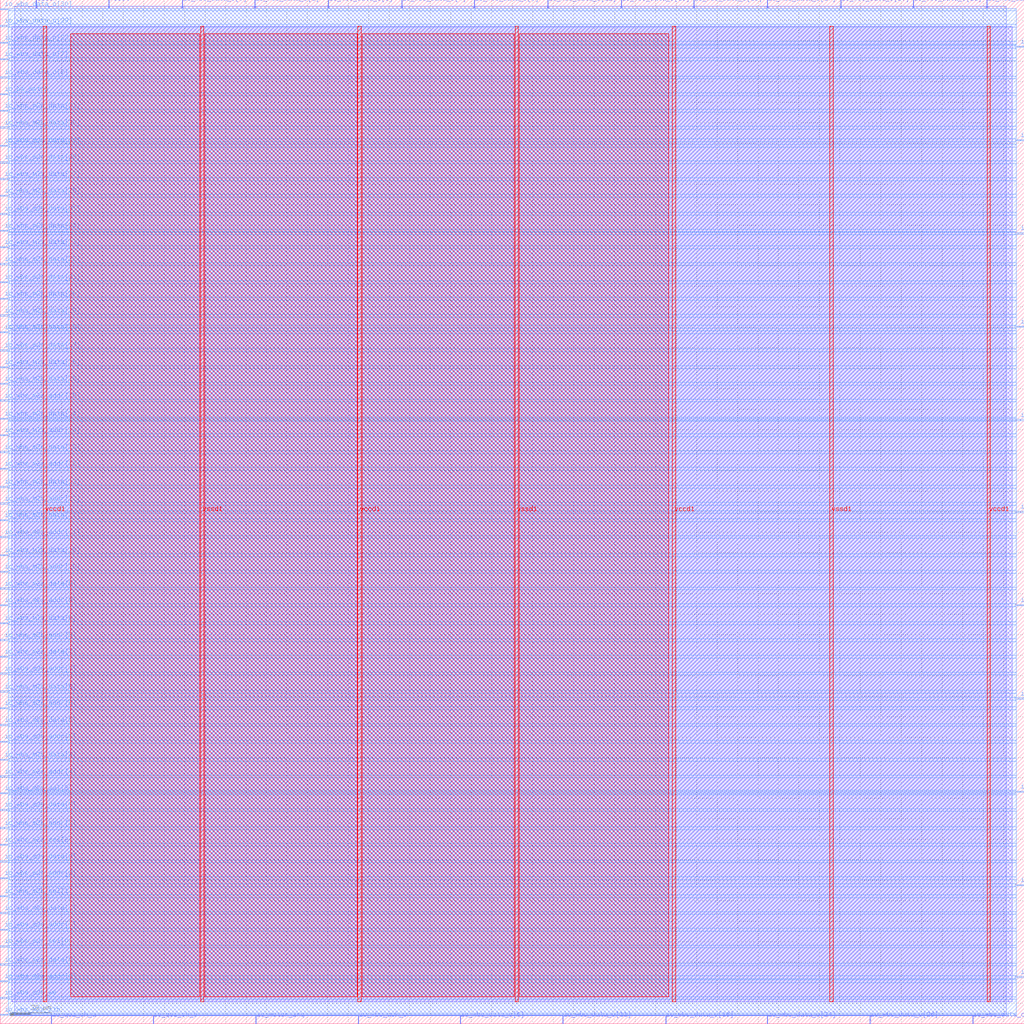
<source format=lef>
VERSION 5.7 ;
  NOWIREEXTENSIONATPIN ON ;
  DIVIDERCHAR "/" ;
  BUSBITCHARS "[]" ;
MACRO Motor_Top
  CLASS BLOCK ;
  FOREIGN Motor_Top ;
  ORIGIN 0.000 0.000 ;
  SIZE 500.000 BY 500.000 ;
  PIN clock
    DIRECTION INPUT ;
    USE SIGNAL ;
    PORT
      LAYER met2 ;
        RECT 17.570 496.000 17.850 500.000 ;
    END
  END clock
  PIN io_ba_match
    DIRECTION INPUT ;
    USE SIGNAL ;
    PORT
      LAYER met3 ;
        RECT 0.000 453.600 4.000 454.200 ;
    END
  END io_ba_match
  PIN io_motor_irq
    DIRECTION OUTPUT TRISTATE ;
    USE SIGNAL ;
    PORT
      LAYER met2 ;
        RECT 124.750 0.000 125.030 4.000 ;
    END
  END io_motor_irq
  PIN io_pwm_high
    DIRECTION OUTPUT TRISTATE ;
    USE SIGNAL ;
    PORT
      LAYER met3 ;
        RECT 496.000 22.480 500.000 23.080 ;
    END
  END io_pwm_high
  PIN io_pwm_low
    DIRECTION OUTPUT TRISTATE ;
    USE SIGNAL ;
    PORT
      LAYER met3 ;
        RECT 496.000 67.360 500.000 67.960 ;
    END
  END io_pwm_low
  PIN io_qei_ch_a
    DIRECTION INPUT ;
    USE SIGNAL ;
    PORT
      LAYER met2 ;
        RECT 24.930 0.000 25.210 4.000 ;
    END
  END io_qei_ch_a
  PIN io_qei_ch_b
    DIRECTION INPUT ;
    USE SIGNAL ;
    PORT
      LAYER met2 ;
        RECT 74.610 0.000 74.890 4.000 ;
    END
  END io_qei_ch_b
  PIN io_wbs_ack_o
    DIRECTION OUTPUT TRISTATE ;
    USE SIGNAL ;
    PORT
      LAYER met2 ;
        RECT 174.890 0.000 175.170 4.000 ;
    END
  END io_wbs_ack_o
  PIN io_wbs_data_o[0]
    DIRECTION OUTPUT TRISTATE ;
    USE SIGNAL ;
    PORT
      LAYER met2 ;
        RECT 88.870 496.000 89.150 500.000 ;
    END
  END io_wbs_data_o[0]
  PIN io_wbs_data_o[10]
    DIRECTION OUTPUT TRISTATE ;
    USE SIGNAL ;
    PORT
      LAYER met3 ;
        RECT 496.000 204.040 500.000 204.640 ;
    END
  END io_wbs_data_o[10]
  PIN io_wbs_data_o[11]
    DIRECTION OUTPUT TRISTATE ;
    USE SIGNAL ;
    PORT
      LAYER met2 ;
        RECT 274.710 0.000 274.990 4.000 ;
    END
  END io_wbs_data_o[11]
  PIN io_wbs_data_o[12]
    DIRECTION OUTPUT TRISTATE ;
    USE SIGNAL ;
    PORT
      LAYER met2 ;
        RECT 267.350 496.000 267.630 500.000 ;
    END
  END io_wbs_data_o[12]
  PIN io_wbs_data_o[13]
    DIRECTION OUTPUT TRISTATE ;
    USE SIGNAL ;
    PORT
      LAYER met2 ;
        RECT 303.230 496.000 303.510 500.000 ;
    END
  END io_wbs_data_o[13]
  PIN io_wbs_data_o[14]
    DIRECTION OUTPUT TRISTATE ;
    USE SIGNAL ;
    PORT
      LAYER met3 ;
        RECT 496.000 249.600 500.000 250.200 ;
    END
  END io_wbs_data_o[14]
  PIN io_wbs_data_o[15]
    DIRECTION OUTPUT TRISTATE ;
    USE SIGNAL ;
    PORT
      LAYER met2 ;
        RECT 338.650 496.000 338.930 500.000 ;
    END
  END io_wbs_data_o[15]
  PIN io_wbs_data_o[16]
    DIRECTION OUTPUT TRISTATE ;
    USE SIGNAL ;
    PORT
      LAYER met2 ;
        RECT 324.850 0.000 325.130 4.000 ;
    END
  END io_wbs_data_o[16]
  PIN io_wbs_data_o[17]
    DIRECTION OUTPUT TRISTATE ;
    USE SIGNAL ;
    PORT
      LAYER met2 ;
        RECT 374.530 496.000 374.810 500.000 ;
    END
  END io_wbs_data_o[17]
  PIN io_wbs_data_o[18]
    DIRECTION OUTPUT TRISTATE ;
    USE SIGNAL ;
    PORT
      LAYER met3 ;
        RECT 496.000 294.480 500.000 295.080 ;
    END
  END io_wbs_data_o[18]
  PIN io_wbs_data_o[19]
    DIRECTION OUTPUT TRISTATE ;
    USE SIGNAL ;
    PORT
      LAYER met3 ;
        RECT 496.000 340.040 500.000 340.640 ;
    END
  END io_wbs_data_o[19]
  PIN io_wbs_data_o[1]
    DIRECTION OUTPUT TRISTATE ;
    USE SIGNAL ;
    PORT
      LAYER met2 ;
        RECT 124.290 496.000 124.570 500.000 ;
    END
  END io_wbs_data_o[1]
  PIN io_wbs_data_o[20]
    DIRECTION OUTPUT TRISTATE ;
    USE SIGNAL ;
    PORT
      LAYER met2 ;
        RECT 410.410 496.000 410.690 500.000 ;
    END
  END io_wbs_data_o[20]
  PIN io_wbs_data_o[21]
    DIRECTION OUTPUT TRISTATE ;
    USE SIGNAL ;
    PORT
      LAYER met2 ;
        RECT 445.830 496.000 446.110 500.000 ;
    END
  END io_wbs_data_o[21]
  PIN io_wbs_data_o[22]
    DIRECTION OUTPUT TRISTATE ;
    USE SIGNAL ;
    PORT
      LAYER met2 ;
        RECT 481.710 496.000 481.990 500.000 ;
    END
  END io_wbs_data_o[22]
  PIN io_wbs_data_o[23]
    DIRECTION OUTPUT TRISTATE ;
    USE SIGNAL ;
    PORT
      LAYER met3 ;
        RECT 0.000 478.760 4.000 479.360 ;
    END
  END io_wbs_data_o[23]
  PIN io_wbs_data_o[24]
    DIRECTION OUTPUT TRISTATE ;
    USE SIGNAL ;
    PORT
      LAYER met2 ;
        RECT 374.530 0.000 374.810 4.000 ;
    END
  END io_wbs_data_o[24]
  PIN io_wbs_data_o[25]
    DIRECTION OUTPUT TRISTATE ;
    USE SIGNAL ;
    PORT
      LAYER met3 ;
        RECT 496.000 385.600 500.000 386.200 ;
    END
  END io_wbs_data_o[25]
  PIN io_wbs_data_o[26]
    DIRECTION OUTPUT TRISTATE ;
    USE SIGNAL ;
    PORT
      LAYER met2 ;
        RECT 424.670 0.000 424.950 4.000 ;
    END
  END io_wbs_data_o[26]
  PIN io_wbs_data_o[27]
    DIRECTION OUTPUT TRISTATE ;
    USE SIGNAL ;
    PORT
      LAYER met3 ;
        RECT 496.000 431.160 500.000 431.760 ;
    END
  END io_wbs_data_o[27]
  PIN io_wbs_data_o[28]
    DIRECTION OUTPUT TRISTATE ;
    USE SIGNAL ;
    PORT
      LAYER met3 ;
        RECT 496.000 476.720 500.000 477.320 ;
    END
  END io_wbs_data_o[28]
  PIN io_wbs_data_o[29]
    DIRECTION OUTPUT TRISTATE ;
    USE SIGNAL ;
    PORT
      LAYER met3 ;
        RECT 0.000 486.920 4.000 487.520 ;
    END
  END io_wbs_data_o[29]
  PIN io_wbs_data_o[2]
    DIRECTION OUTPUT TRISTATE ;
    USE SIGNAL ;
    PORT
      LAYER met3 ;
        RECT 0.000 461.760 4.000 462.360 ;
    END
  END io_wbs_data_o[2]
  PIN io_wbs_data_o[30]
    DIRECTION OUTPUT TRISTATE ;
    USE SIGNAL ;
    PORT
      LAYER met3 ;
        RECT 0.000 495.080 4.000 495.680 ;
    END
  END io_wbs_data_o[30]
  PIN io_wbs_data_o[31]
    DIRECTION OUTPUT TRISTATE ;
    USE SIGNAL ;
    PORT
      LAYER met2 ;
        RECT 474.810 0.000 475.090 4.000 ;
    END
  END io_wbs_data_o[31]
  PIN io_wbs_data_o[3]
    DIRECTION OUTPUT TRISTATE ;
    USE SIGNAL ;
    PORT
      LAYER met2 ;
        RECT 160.170 496.000 160.450 500.000 ;
    END
  END io_wbs_data_o[3]
  PIN io_wbs_data_o[4]
    DIRECTION OUTPUT TRISTATE ;
    USE SIGNAL ;
    PORT
      LAYER met2 ;
        RECT 196.050 496.000 196.330 500.000 ;
    END
  END io_wbs_data_o[4]
  PIN io_wbs_data_o[5]
    DIRECTION OUTPUT TRISTATE ;
    USE SIGNAL ;
    PORT
      LAYER met3 ;
        RECT 496.000 112.920 500.000 113.520 ;
    END
  END io_wbs_data_o[5]
  PIN io_wbs_data_o[6]
    DIRECTION OUTPUT TRISTATE ;
    USE SIGNAL ;
    PORT
      LAYER met2 ;
        RECT 224.570 0.000 224.850 4.000 ;
    END
  END io_wbs_data_o[6]
  PIN io_wbs_data_o[7]
    DIRECTION OUTPUT TRISTATE ;
    USE SIGNAL ;
    PORT
      LAYER met3 ;
        RECT 0.000 470.600 4.000 471.200 ;
    END
  END io_wbs_data_o[7]
  PIN io_wbs_data_o[8]
    DIRECTION OUTPUT TRISTATE ;
    USE SIGNAL ;
    PORT
      LAYER met2 ;
        RECT 231.470 496.000 231.750 500.000 ;
    END
  END io_wbs_data_o[8]
  PIN io_wbs_data_o[9]
    DIRECTION OUTPUT TRISTATE ;
    USE SIGNAL ;
    PORT
      LAYER met3 ;
        RECT 496.000 158.480 500.000 159.080 ;
    END
  END io_wbs_data_o[9]
  PIN io_wbs_m2s_addr[0]
    DIRECTION INPUT ;
    USE SIGNAL ;
    PORT
      LAYER met3 ;
        RECT 0.000 20.440 4.000 21.040 ;
    END
  END io_wbs_m2s_addr[0]
  PIN io_wbs_m2s_addr[10]
    DIRECTION INPUT ;
    USE SIGNAL ;
    PORT
      LAYER met3 ;
        RECT 0.000 220.360 4.000 220.960 ;
    END
  END io_wbs_m2s_addr[10]
  PIN io_wbs_m2s_addr[11]
    DIRECTION INPUT ;
    USE SIGNAL ;
    PORT
      LAYER met3 ;
        RECT 0.000 237.360 4.000 237.960 ;
    END
  END io_wbs_m2s_addr[11]
  PIN io_wbs_m2s_addr[12]
    DIRECTION INPUT ;
    USE SIGNAL ;
    PORT
      LAYER met3 ;
        RECT 0.000 253.680 4.000 254.280 ;
    END
  END io_wbs_m2s_addr[12]
  PIN io_wbs_m2s_addr[13]
    DIRECTION INPUT ;
    USE SIGNAL ;
    PORT
      LAYER met3 ;
        RECT 0.000 270.680 4.000 271.280 ;
    END
  END io_wbs_m2s_addr[13]
  PIN io_wbs_m2s_addr[14]
    DIRECTION INPUT ;
    USE SIGNAL ;
    PORT
      LAYER met3 ;
        RECT 0.000 287.000 4.000 287.600 ;
    END
  END io_wbs_m2s_addr[14]
  PIN io_wbs_m2s_addr[15]
    DIRECTION INPUT ;
    USE SIGNAL ;
    PORT
      LAYER met3 ;
        RECT 0.000 304.000 4.000 304.600 ;
    END
  END io_wbs_m2s_addr[15]
  PIN io_wbs_m2s_addr[1]
    DIRECTION INPUT ;
    USE SIGNAL ;
    PORT
      LAYER met3 ;
        RECT 0.000 45.600 4.000 46.200 ;
    END
  END io_wbs_m2s_addr[1]
  PIN io_wbs_m2s_addr[2]
    DIRECTION INPUT ;
    USE SIGNAL ;
    PORT
      LAYER met3 ;
        RECT 0.000 70.760 4.000 71.360 ;
    END
  END io_wbs_m2s_addr[2]
  PIN io_wbs_m2s_addr[3]
    DIRECTION INPUT ;
    USE SIGNAL ;
    PORT
      LAYER met3 ;
        RECT 0.000 95.240 4.000 95.840 ;
    END
  END io_wbs_m2s_addr[3]
  PIN io_wbs_m2s_addr[4]
    DIRECTION INPUT ;
    USE SIGNAL ;
    PORT
      LAYER met3 ;
        RECT 0.000 120.400 4.000 121.000 ;
    END
  END io_wbs_m2s_addr[4]
  PIN io_wbs_m2s_addr[5]
    DIRECTION INPUT ;
    USE SIGNAL ;
    PORT
      LAYER met3 ;
        RECT 0.000 137.400 4.000 138.000 ;
    END
  END io_wbs_m2s_addr[5]
  PIN io_wbs_m2s_addr[6]
    DIRECTION INPUT ;
    USE SIGNAL ;
    PORT
      LAYER met3 ;
        RECT 0.000 153.720 4.000 154.320 ;
    END
  END io_wbs_m2s_addr[6]
  PIN io_wbs_m2s_addr[7]
    DIRECTION INPUT ;
    USE SIGNAL ;
    PORT
      LAYER met3 ;
        RECT 0.000 170.720 4.000 171.320 ;
    END
  END io_wbs_m2s_addr[7]
  PIN io_wbs_m2s_addr[8]
    DIRECTION INPUT ;
    USE SIGNAL ;
    PORT
      LAYER met3 ;
        RECT 0.000 187.040 4.000 187.640 ;
    END
  END io_wbs_m2s_addr[8]
  PIN io_wbs_m2s_addr[9]
    DIRECTION INPUT ;
    USE SIGNAL ;
    PORT
      LAYER met3 ;
        RECT 0.000 204.040 4.000 204.640 ;
    END
  END io_wbs_m2s_addr[9]
  PIN io_wbs_m2s_data[0]
    DIRECTION INPUT ;
    USE SIGNAL ;
    PORT
      LAYER met3 ;
        RECT 0.000 28.600 4.000 29.200 ;
    END
  END io_wbs_m2s_data[0]
  PIN io_wbs_m2s_data[10]
    DIRECTION INPUT ;
    USE SIGNAL ;
    PORT
      LAYER met3 ;
        RECT 0.000 228.520 4.000 229.120 ;
    END
  END io_wbs_m2s_data[10]
  PIN io_wbs_m2s_data[11]
    DIRECTION INPUT ;
    USE SIGNAL ;
    PORT
      LAYER met3 ;
        RECT 0.000 245.520 4.000 246.120 ;
    END
  END io_wbs_m2s_data[11]
  PIN io_wbs_m2s_data[12]
    DIRECTION INPUT ;
    USE SIGNAL ;
    PORT
      LAYER met3 ;
        RECT 0.000 261.840 4.000 262.440 ;
    END
  END io_wbs_m2s_data[12]
  PIN io_wbs_m2s_data[13]
    DIRECTION INPUT ;
    USE SIGNAL ;
    PORT
      LAYER met3 ;
        RECT 0.000 278.840 4.000 279.440 ;
    END
  END io_wbs_m2s_data[13]
  PIN io_wbs_m2s_data[14]
    DIRECTION INPUT ;
    USE SIGNAL ;
    PORT
      LAYER met3 ;
        RECT 0.000 295.160 4.000 295.760 ;
    END
  END io_wbs_m2s_data[14]
  PIN io_wbs_m2s_data[15]
    DIRECTION INPUT ;
    USE SIGNAL ;
    PORT
      LAYER met3 ;
        RECT 0.000 312.160 4.000 312.760 ;
    END
  END io_wbs_m2s_data[15]
  PIN io_wbs_m2s_data[16]
    DIRECTION INPUT ;
    USE SIGNAL ;
    PORT
      LAYER met3 ;
        RECT 0.000 320.320 4.000 320.920 ;
    END
  END io_wbs_m2s_data[16]
  PIN io_wbs_m2s_data[17]
    DIRECTION INPUT ;
    USE SIGNAL ;
    PORT
      LAYER met3 ;
        RECT 0.000 328.480 4.000 329.080 ;
    END
  END io_wbs_m2s_data[17]
  PIN io_wbs_m2s_data[18]
    DIRECTION INPUT ;
    USE SIGNAL ;
    PORT
      LAYER met3 ;
        RECT 0.000 337.320 4.000 337.920 ;
    END
  END io_wbs_m2s_data[18]
  PIN io_wbs_m2s_data[19]
    DIRECTION INPUT ;
    USE SIGNAL ;
    PORT
      LAYER met3 ;
        RECT 0.000 345.480 4.000 346.080 ;
    END
  END io_wbs_m2s_data[19]
  PIN io_wbs_m2s_data[1]
    DIRECTION INPUT ;
    USE SIGNAL ;
    PORT
      LAYER met3 ;
        RECT 0.000 53.760 4.000 54.360 ;
    END
  END io_wbs_m2s_data[1]
  PIN io_wbs_m2s_data[20]
    DIRECTION INPUT ;
    USE SIGNAL ;
    PORT
      LAYER met3 ;
        RECT 0.000 353.640 4.000 354.240 ;
    END
  END io_wbs_m2s_data[20]
  PIN io_wbs_m2s_data[21]
    DIRECTION INPUT ;
    USE SIGNAL ;
    PORT
      LAYER met3 ;
        RECT 0.000 361.800 4.000 362.400 ;
    END
  END io_wbs_m2s_data[21]
  PIN io_wbs_m2s_data[22]
    DIRECTION INPUT ;
    USE SIGNAL ;
    PORT
      LAYER met3 ;
        RECT 0.000 370.640 4.000 371.240 ;
    END
  END io_wbs_m2s_data[22]
  PIN io_wbs_m2s_data[23]
    DIRECTION INPUT ;
    USE SIGNAL ;
    PORT
      LAYER met3 ;
        RECT 0.000 378.800 4.000 379.400 ;
    END
  END io_wbs_m2s_data[23]
  PIN io_wbs_m2s_data[24]
    DIRECTION INPUT ;
    USE SIGNAL ;
    PORT
      LAYER met3 ;
        RECT 0.000 386.960 4.000 387.560 ;
    END
  END io_wbs_m2s_data[24]
  PIN io_wbs_m2s_data[25]
    DIRECTION INPUT ;
    USE SIGNAL ;
    PORT
      LAYER met3 ;
        RECT 0.000 395.120 4.000 395.720 ;
    END
  END io_wbs_m2s_data[25]
  PIN io_wbs_m2s_data[26]
    DIRECTION INPUT ;
    USE SIGNAL ;
    PORT
      LAYER met3 ;
        RECT 0.000 403.960 4.000 404.560 ;
    END
  END io_wbs_m2s_data[26]
  PIN io_wbs_m2s_data[27]
    DIRECTION INPUT ;
    USE SIGNAL ;
    PORT
      LAYER met3 ;
        RECT 0.000 412.120 4.000 412.720 ;
    END
  END io_wbs_m2s_data[27]
  PIN io_wbs_m2s_data[28]
    DIRECTION INPUT ;
    USE SIGNAL ;
    PORT
      LAYER met3 ;
        RECT 0.000 420.280 4.000 420.880 ;
    END
  END io_wbs_m2s_data[28]
  PIN io_wbs_m2s_data[29]
    DIRECTION INPUT ;
    USE SIGNAL ;
    PORT
      LAYER met3 ;
        RECT 0.000 428.440 4.000 429.040 ;
    END
  END io_wbs_m2s_data[29]
  PIN io_wbs_m2s_data[2]
    DIRECTION INPUT ;
    USE SIGNAL ;
    PORT
      LAYER met3 ;
        RECT 0.000 78.920 4.000 79.520 ;
    END
  END io_wbs_m2s_data[2]
  PIN io_wbs_m2s_data[30]
    DIRECTION INPUT ;
    USE SIGNAL ;
    PORT
      LAYER met3 ;
        RECT 0.000 437.280 4.000 437.880 ;
    END
  END io_wbs_m2s_data[30]
  PIN io_wbs_m2s_data[31]
    DIRECTION INPUT ;
    USE SIGNAL ;
    PORT
      LAYER met3 ;
        RECT 0.000 445.440 4.000 446.040 ;
    END
  END io_wbs_m2s_data[31]
  PIN io_wbs_m2s_data[3]
    DIRECTION INPUT ;
    USE SIGNAL ;
    PORT
      LAYER met3 ;
        RECT 0.000 104.080 4.000 104.680 ;
    END
  END io_wbs_m2s_data[3]
  PIN io_wbs_m2s_data[4]
    DIRECTION INPUT ;
    USE SIGNAL ;
    PORT
      LAYER met3 ;
        RECT 0.000 128.560 4.000 129.160 ;
    END
  END io_wbs_m2s_data[4]
  PIN io_wbs_m2s_data[5]
    DIRECTION INPUT ;
    USE SIGNAL ;
    PORT
      LAYER met3 ;
        RECT 0.000 145.560 4.000 146.160 ;
    END
  END io_wbs_m2s_data[5]
  PIN io_wbs_m2s_data[6]
    DIRECTION INPUT ;
    USE SIGNAL ;
    PORT
      LAYER met3 ;
        RECT 0.000 161.880 4.000 162.480 ;
    END
  END io_wbs_m2s_data[6]
  PIN io_wbs_m2s_data[7]
    DIRECTION INPUT ;
    USE SIGNAL ;
    PORT
      LAYER met3 ;
        RECT 0.000 178.880 4.000 179.480 ;
    END
  END io_wbs_m2s_data[7]
  PIN io_wbs_m2s_data[8]
    DIRECTION INPUT ;
    USE SIGNAL ;
    PORT
      LAYER met3 ;
        RECT 0.000 195.200 4.000 195.800 ;
    END
  END io_wbs_m2s_data[8]
  PIN io_wbs_m2s_data[9]
    DIRECTION INPUT ;
    USE SIGNAL ;
    PORT
      LAYER met3 ;
        RECT 0.000 212.200 4.000 212.800 ;
    END
  END io_wbs_m2s_data[9]
  PIN io_wbs_m2s_sel[0]
    DIRECTION INPUT ;
    USE SIGNAL ;
    PORT
      LAYER met3 ;
        RECT 0.000 37.440 4.000 38.040 ;
    END
  END io_wbs_m2s_sel[0]
  PIN io_wbs_m2s_sel[1]
    DIRECTION INPUT ;
    USE SIGNAL ;
    PORT
      LAYER met3 ;
        RECT 0.000 61.920 4.000 62.520 ;
    END
  END io_wbs_m2s_sel[1]
  PIN io_wbs_m2s_sel[2]
    DIRECTION INPUT ;
    USE SIGNAL ;
    PORT
      LAYER met3 ;
        RECT 0.000 87.080 4.000 87.680 ;
    END
  END io_wbs_m2s_sel[2]
  PIN io_wbs_m2s_sel[3]
    DIRECTION INPUT ;
    USE SIGNAL ;
    PORT
      LAYER met3 ;
        RECT 0.000 112.240 4.000 112.840 ;
    END
  END io_wbs_m2s_sel[3]
  PIN io_wbs_m2s_stb
    DIRECTION INPUT ;
    USE SIGNAL ;
    PORT
      LAYER met3 ;
        RECT 0.000 4.120 4.000 4.720 ;
    END
  END io_wbs_m2s_stb
  PIN io_wbs_m2s_we
    DIRECTION INPUT ;
    USE SIGNAL ;
    PORT
      LAYER met3 ;
        RECT 0.000 12.280 4.000 12.880 ;
    END
  END io_wbs_m2s_we
  PIN reset
    DIRECTION INPUT ;
    USE SIGNAL ;
    PORT
      LAYER met2 ;
        RECT 52.990 496.000 53.270 500.000 ;
    END
  END reset
  PIN vccd1
    DIRECTION INPUT ;
    USE POWER ;
    PORT
      LAYER met4 ;
        RECT 21.040 10.640 22.640 487.120 ;
    END
    PORT
      LAYER met4 ;
        RECT 174.640 10.640 176.240 487.120 ;
    END
    PORT
      LAYER met4 ;
        RECT 328.240 10.640 329.840 487.120 ;
    END
    PORT
      LAYER met4 ;
        RECT 481.840 10.640 483.440 487.120 ;
    END
  END vccd1
  PIN vssd1
    DIRECTION INPUT ;
    USE GROUND ;
    PORT
      LAYER met4 ;
        RECT 97.840 10.640 99.440 487.120 ;
    END
    PORT
      LAYER met4 ;
        RECT 251.440 10.640 253.040 487.120 ;
    END
    PORT
      LAYER met4 ;
        RECT 405.040 10.640 406.640 487.120 ;
    END
  END vssd1
  OBS
      LAYER li1 ;
        RECT 5.520 10.795 494.040 486.965 ;
      LAYER met1 ;
        RECT 5.520 10.640 494.040 487.120 ;
      LAYER met2 ;
        RECT 6.990 495.720 17.290 496.810 ;
        RECT 18.130 495.720 52.710 496.810 ;
        RECT 53.550 495.720 88.590 496.810 ;
        RECT 89.430 495.720 124.010 496.810 ;
        RECT 124.850 495.720 159.890 496.810 ;
        RECT 160.730 495.720 195.770 496.810 ;
        RECT 196.610 495.720 231.190 496.810 ;
        RECT 232.030 495.720 267.070 496.810 ;
        RECT 267.910 495.720 302.950 496.810 ;
        RECT 303.790 495.720 338.370 496.810 ;
        RECT 339.210 495.720 374.250 496.810 ;
        RECT 375.090 495.720 410.130 496.810 ;
        RECT 410.970 495.720 445.550 496.810 ;
        RECT 446.390 495.720 481.430 496.810 ;
        RECT 482.270 495.720 491.190 496.810 ;
        RECT 6.990 4.280 491.190 495.720 ;
        RECT 6.990 4.000 24.650 4.280 ;
        RECT 25.490 4.000 74.330 4.280 ;
        RECT 75.170 4.000 124.470 4.280 ;
        RECT 125.310 4.000 174.610 4.280 ;
        RECT 175.450 4.000 224.290 4.280 ;
        RECT 225.130 4.000 274.430 4.280 ;
        RECT 275.270 4.000 324.570 4.280 ;
        RECT 325.410 4.000 374.250 4.280 ;
        RECT 375.090 4.000 424.390 4.280 ;
        RECT 425.230 4.000 474.530 4.280 ;
        RECT 475.370 4.000 491.190 4.280 ;
      LAYER met3 ;
        RECT 4.400 494.680 496.000 495.545 ;
        RECT 4.000 487.920 496.000 494.680 ;
        RECT 4.400 486.520 496.000 487.920 ;
        RECT 4.000 479.760 496.000 486.520 ;
        RECT 4.400 478.360 496.000 479.760 ;
        RECT 4.000 477.720 496.000 478.360 ;
        RECT 4.000 476.320 495.600 477.720 ;
        RECT 4.000 471.600 496.000 476.320 ;
        RECT 4.400 470.200 496.000 471.600 ;
        RECT 4.000 462.760 496.000 470.200 ;
        RECT 4.400 461.360 496.000 462.760 ;
        RECT 4.000 454.600 496.000 461.360 ;
        RECT 4.400 453.200 496.000 454.600 ;
        RECT 4.000 446.440 496.000 453.200 ;
        RECT 4.400 445.040 496.000 446.440 ;
        RECT 4.000 438.280 496.000 445.040 ;
        RECT 4.400 436.880 496.000 438.280 ;
        RECT 4.000 432.160 496.000 436.880 ;
        RECT 4.000 430.760 495.600 432.160 ;
        RECT 4.000 429.440 496.000 430.760 ;
        RECT 4.400 428.040 496.000 429.440 ;
        RECT 4.000 421.280 496.000 428.040 ;
        RECT 4.400 419.880 496.000 421.280 ;
        RECT 4.000 413.120 496.000 419.880 ;
        RECT 4.400 411.720 496.000 413.120 ;
        RECT 4.000 404.960 496.000 411.720 ;
        RECT 4.400 403.560 496.000 404.960 ;
        RECT 4.000 396.120 496.000 403.560 ;
        RECT 4.400 394.720 496.000 396.120 ;
        RECT 4.000 387.960 496.000 394.720 ;
        RECT 4.400 386.600 496.000 387.960 ;
        RECT 4.400 386.560 495.600 386.600 ;
        RECT 4.000 385.200 495.600 386.560 ;
        RECT 4.000 379.800 496.000 385.200 ;
        RECT 4.400 378.400 496.000 379.800 ;
        RECT 4.000 371.640 496.000 378.400 ;
        RECT 4.400 370.240 496.000 371.640 ;
        RECT 4.000 362.800 496.000 370.240 ;
        RECT 4.400 361.400 496.000 362.800 ;
        RECT 4.000 354.640 496.000 361.400 ;
        RECT 4.400 353.240 496.000 354.640 ;
        RECT 4.000 346.480 496.000 353.240 ;
        RECT 4.400 345.080 496.000 346.480 ;
        RECT 4.000 341.040 496.000 345.080 ;
        RECT 4.000 339.640 495.600 341.040 ;
        RECT 4.000 338.320 496.000 339.640 ;
        RECT 4.400 336.920 496.000 338.320 ;
        RECT 4.000 329.480 496.000 336.920 ;
        RECT 4.400 328.080 496.000 329.480 ;
        RECT 4.000 321.320 496.000 328.080 ;
        RECT 4.400 319.920 496.000 321.320 ;
        RECT 4.000 313.160 496.000 319.920 ;
        RECT 4.400 311.760 496.000 313.160 ;
        RECT 4.000 305.000 496.000 311.760 ;
        RECT 4.400 303.600 496.000 305.000 ;
        RECT 4.000 296.160 496.000 303.600 ;
        RECT 4.400 295.480 496.000 296.160 ;
        RECT 4.400 294.760 495.600 295.480 ;
        RECT 4.000 294.080 495.600 294.760 ;
        RECT 4.000 288.000 496.000 294.080 ;
        RECT 4.400 286.600 496.000 288.000 ;
        RECT 4.000 279.840 496.000 286.600 ;
        RECT 4.400 278.440 496.000 279.840 ;
        RECT 4.000 271.680 496.000 278.440 ;
        RECT 4.400 270.280 496.000 271.680 ;
        RECT 4.000 262.840 496.000 270.280 ;
        RECT 4.400 261.440 496.000 262.840 ;
        RECT 4.000 254.680 496.000 261.440 ;
        RECT 4.400 253.280 496.000 254.680 ;
        RECT 4.000 250.600 496.000 253.280 ;
        RECT 4.000 249.200 495.600 250.600 ;
        RECT 4.000 246.520 496.000 249.200 ;
        RECT 4.400 245.120 496.000 246.520 ;
        RECT 4.000 238.360 496.000 245.120 ;
        RECT 4.400 236.960 496.000 238.360 ;
        RECT 4.000 229.520 496.000 236.960 ;
        RECT 4.400 228.120 496.000 229.520 ;
        RECT 4.000 221.360 496.000 228.120 ;
        RECT 4.400 219.960 496.000 221.360 ;
        RECT 4.000 213.200 496.000 219.960 ;
        RECT 4.400 211.800 496.000 213.200 ;
        RECT 4.000 205.040 496.000 211.800 ;
        RECT 4.400 203.640 495.600 205.040 ;
        RECT 4.000 196.200 496.000 203.640 ;
        RECT 4.400 194.800 496.000 196.200 ;
        RECT 4.000 188.040 496.000 194.800 ;
        RECT 4.400 186.640 496.000 188.040 ;
        RECT 4.000 179.880 496.000 186.640 ;
        RECT 4.400 178.480 496.000 179.880 ;
        RECT 4.000 171.720 496.000 178.480 ;
        RECT 4.400 170.320 496.000 171.720 ;
        RECT 4.000 162.880 496.000 170.320 ;
        RECT 4.400 161.480 496.000 162.880 ;
        RECT 4.000 159.480 496.000 161.480 ;
        RECT 4.000 158.080 495.600 159.480 ;
        RECT 4.000 154.720 496.000 158.080 ;
        RECT 4.400 153.320 496.000 154.720 ;
        RECT 4.000 146.560 496.000 153.320 ;
        RECT 4.400 145.160 496.000 146.560 ;
        RECT 4.000 138.400 496.000 145.160 ;
        RECT 4.400 137.000 496.000 138.400 ;
        RECT 4.000 129.560 496.000 137.000 ;
        RECT 4.400 128.160 496.000 129.560 ;
        RECT 4.000 121.400 496.000 128.160 ;
        RECT 4.400 120.000 496.000 121.400 ;
        RECT 4.000 113.920 496.000 120.000 ;
        RECT 4.000 113.240 495.600 113.920 ;
        RECT 4.400 112.520 495.600 113.240 ;
        RECT 4.400 111.840 496.000 112.520 ;
        RECT 4.000 105.080 496.000 111.840 ;
        RECT 4.400 103.680 496.000 105.080 ;
        RECT 4.000 96.240 496.000 103.680 ;
        RECT 4.400 94.840 496.000 96.240 ;
        RECT 4.000 88.080 496.000 94.840 ;
        RECT 4.400 86.680 496.000 88.080 ;
        RECT 4.000 79.920 496.000 86.680 ;
        RECT 4.400 78.520 496.000 79.920 ;
        RECT 4.000 71.760 496.000 78.520 ;
        RECT 4.400 70.360 496.000 71.760 ;
        RECT 4.000 68.360 496.000 70.360 ;
        RECT 4.000 66.960 495.600 68.360 ;
        RECT 4.000 62.920 496.000 66.960 ;
        RECT 4.400 61.520 496.000 62.920 ;
        RECT 4.000 54.760 496.000 61.520 ;
        RECT 4.400 53.360 496.000 54.760 ;
        RECT 4.000 46.600 496.000 53.360 ;
        RECT 4.400 45.200 496.000 46.600 ;
        RECT 4.000 38.440 496.000 45.200 ;
        RECT 4.400 37.040 496.000 38.440 ;
        RECT 4.000 29.600 496.000 37.040 ;
        RECT 4.400 28.200 496.000 29.600 ;
        RECT 4.000 23.480 496.000 28.200 ;
        RECT 4.000 22.080 495.600 23.480 ;
        RECT 4.000 21.440 496.000 22.080 ;
        RECT 4.400 20.040 496.000 21.440 ;
        RECT 4.000 13.280 496.000 20.040 ;
        RECT 4.400 11.880 496.000 13.280 ;
        RECT 4.000 5.120 496.000 11.880 ;
        RECT 4.400 4.255 496.000 5.120 ;
      LAYER met4 ;
        RECT 34.335 13.095 97.440 483.305 ;
        RECT 99.840 13.095 174.240 483.305 ;
        RECT 176.640 13.095 251.040 483.305 ;
        RECT 253.440 13.095 326.305 483.305 ;
  END
END Motor_Top
END LIBRARY


</source>
